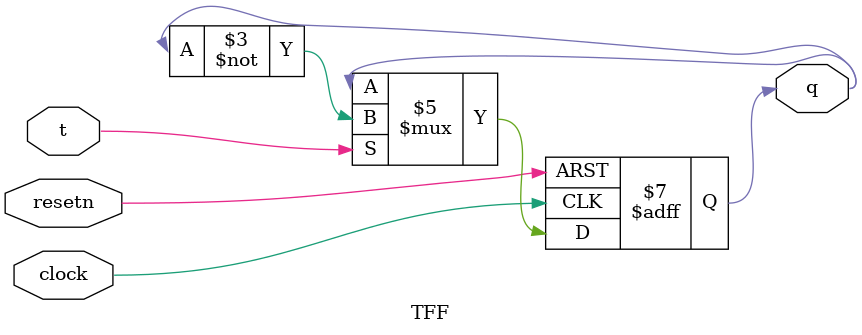
<source format=v>
module TFF(t,clock,resetn,q);
	input t,resetn,clock;
	output reg q;
	always@(negedge resetn or negedge clock)
	begin
		if(!resetn)
			q <= 0;
		else
		begin
			if(t)
				q <= ~q;
			else
				q <= q;
		end
	end
endmodule

</source>
